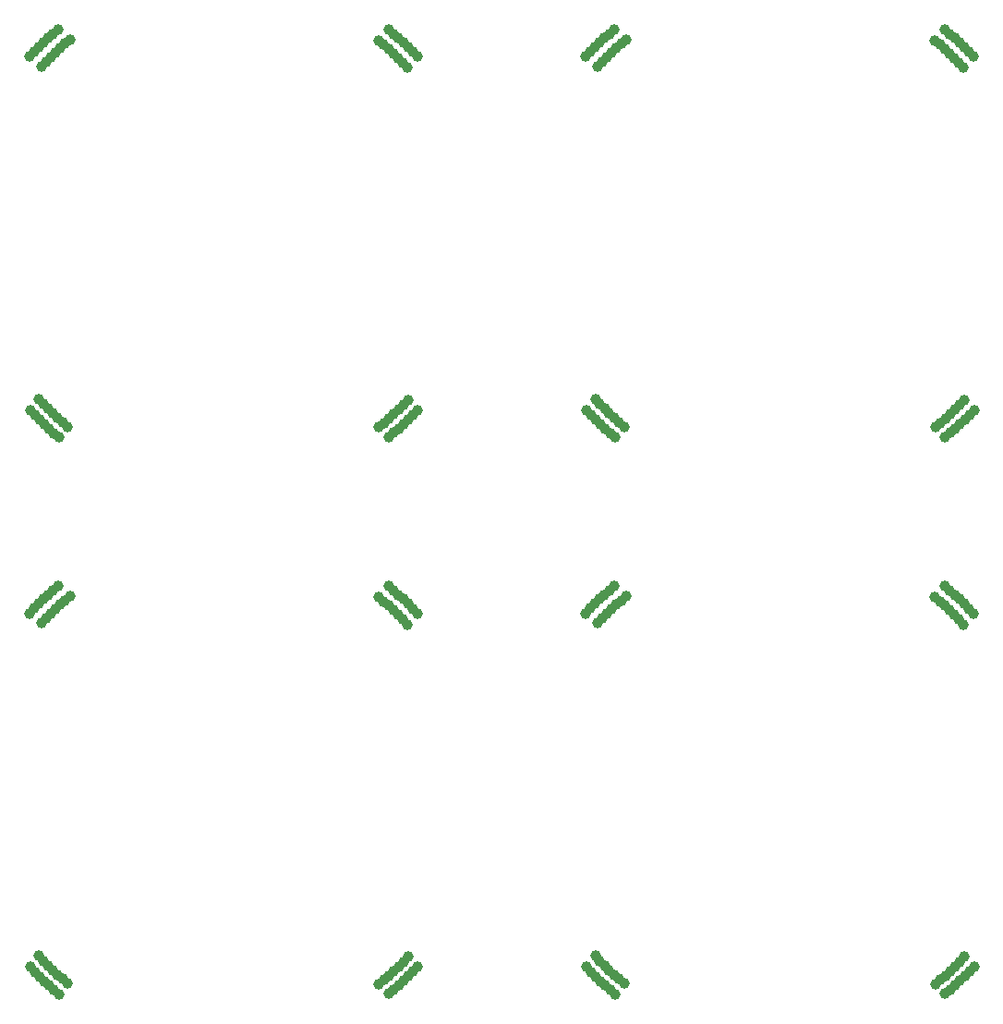
<source format=gbs>
G04 #@! TF.FileFunction,Soldermask,Bot*
%FSLAX46Y46*%
G04 Gerber Fmt 4.6, Leading zero omitted, Abs format (unit mm)*
G04 Created by KiCad (PCBNEW 4.0.6+dfsg1-1) date Mon Jul  2 22:47:05 2018*
%MOMM*%
%LPD*%
G01*
G04 APERTURE LIST*
%ADD10C,0.100000*%
%ADD11C,1.000000*%
G04 APERTURE END LIST*
D10*
D11*
X109109437Y-138027402D03*
X108270509Y-137154799D03*
X109070509Y-136154799D03*
X109478044Y-136604778D03*
X109975917Y-138863595D03*
X109526419Y-138463571D03*
X109909437Y-137027402D03*
X108678044Y-137604778D03*
X142934257Y-138005177D03*
X142465986Y-136680891D03*
X143790273Y-137144695D03*
X142034257Y-137105177D03*
X142890273Y-136244695D03*
X143365986Y-137580891D03*
X110883111Y-139651909D03*
X110326419Y-137463571D03*
X110423424Y-139269145D03*
X110775917Y-137863595D03*
X111683111Y-138651909D03*
X111223424Y-138269145D03*
X141118405Y-139624175D03*
X142047208Y-138844088D03*
X142488535Y-138425540D03*
X140218405Y-138724175D03*
X141588535Y-137525540D03*
X140681272Y-138338475D03*
X141147208Y-137944088D03*
X141581272Y-139238475D03*
X92314480Y-104337747D03*
X92724175Y-104781595D03*
X91414480Y-105337747D03*
X90993116Y-104904751D03*
X91824175Y-105781595D03*
X90563045Y-102677903D03*
X91016028Y-103074899D03*
X91458642Y-103482254D03*
X91893116Y-103904751D03*
X90098728Y-102289744D03*
X90558642Y-104482254D03*
X89198728Y-103289744D03*
X90116028Y-104074899D03*
X89663045Y-103677903D03*
X58899032Y-103072205D03*
X59353990Y-102676359D03*
X59818001Y-102294554D03*
X60918001Y-103194554D03*
X59551430Y-104375760D03*
X60453990Y-103576359D03*
X59999032Y-103972205D03*
X59116793Y-104796308D03*
X58691519Y-105223533D03*
X58281475Y-105663762D03*
X57181475Y-104763762D03*
X58016793Y-103896308D03*
X57591519Y-104323533D03*
X58451430Y-103475760D03*
X140198728Y-103289744D03*
X141563045Y-102677903D03*
X141098728Y-102289744D03*
X140663045Y-103677903D03*
X141116028Y-104074899D03*
X109016793Y-103896308D03*
X109451430Y-103475760D03*
X109691519Y-105223533D03*
X108591519Y-104323533D03*
X109281475Y-105663762D03*
X110116793Y-104796308D03*
X108181475Y-104763762D03*
X110353990Y-102676359D03*
X109899032Y-103072205D03*
X110999032Y-103972205D03*
X110818001Y-102294554D03*
X111918001Y-103194554D03*
X111453990Y-103576359D03*
X110551430Y-104375760D03*
X142458642Y-103482254D03*
X142893116Y-103904751D03*
X142016028Y-103074899D03*
X141558642Y-104482254D03*
X143314480Y-104337747D03*
X141993116Y-104904751D03*
X142824175Y-105781595D03*
X142414480Y-105337747D03*
X143724175Y-104781595D03*
X91047208Y-138844088D03*
X90588535Y-137525540D03*
X91488535Y-138425540D03*
X91934257Y-138005177D03*
X92790273Y-137144695D03*
X91890273Y-136244695D03*
X91034257Y-137105177D03*
X91465986Y-136680891D03*
X92365986Y-137580891D03*
X90581272Y-139238475D03*
X89681272Y-138338475D03*
X90147208Y-137944088D03*
X89218405Y-138724175D03*
X90118405Y-139624175D03*
X58909437Y-137027402D03*
X58109437Y-138027402D03*
X57678044Y-137604778D03*
X58478044Y-136604778D03*
X57270509Y-137154799D03*
X58070509Y-136154799D03*
X58526419Y-138463571D03*
X59775917Y-137863595D03*
X60683111Y-138651909D03*
X60223424Y-138269145D03*
X59423424Y-139269145D03*
X59326419Y-137463571D03*
X58975917Y-138863595D03*
X59883111Y-139651909D03*
X141118405Y-88624175D03*
X141581272Y-88238475D03*
X142047208Y-87844088D03*
X140218405Y-87724175D03*
X140681272Y-87338475D03*
X141147208Y-86944088D03*
X141588535Y-86525540D03*
X142034257Y-86105177D03*
X142488535Y-87425540D03*
X142934257Y-87005177D03*
X143365986Y-86580891D03*
X143790273Y-86144695D03*
X142465986Y-85680891D03*
X142890273Y-85244695D03*
X111223424Y-87269145D03*
X111683111Y-87651909D03*
X110423424Y-88269145D03*
X110883111Y-88651909D03*
X110775917Y-86863595D03*
X109109437Y-87027402D03*
X109526419Y-87463571D03*
X110326419Y-86463571D03*
X109975917Y-87863595D03*
X108270509Y-86154799D03*
X109478044Y-85604778D03*
X109070509Y-85154799D03*
X109909437Y-86027402D03*
X108678044Y-86604778D03*
X141993116Y-53904751D03*
X142414480Y-54337747D03*
X142824175Y-54781595D03*
X140663045Y-52677903D03*
X142458642Y-52482254D03*
X142893116Y-52904751D03*
X143314480Y-53337747D03*
X143724175Y-53781595D03*
X141098728Y-51289744D03*
X141116028Y-53074899D03*
X141558642Y-53482254D03*
X140198728Y-52289744D03*
X141563045Y-51677903D03*
X142016028Y-52074899D03*
X111453990Y-52576359D03*
X110551430Y-53375760D03*
X110818001Y-51294554D03*
X109899032Y-52072205D03*
X110999032Y-52972205D03*
X111918001Y-52194554D03*
X110353990Y-51676359D03*
X109451430Y-52475760D03*
X109281475Y-54663762D03*
X109016793Y-52896308D03*
X108591519Y-53323533D03*
X109691519Y-54223533D03*
X110116793Y-53796308D03*
X108181475Y-53763762D03*
X60683111Y-87651909D03*
X60223424Y-87269145D03*
X59775917Y-86863595D03*
X59326419Y-86463571D03*
X58909437Y-86027402D03*
X58478044Y-85604778D03*
X58070509Y-85154799D03*
X59883111Y-88651909D03*
X59423424Y-88269145D03*
X58975917Y-87863595D03*
X58526419Y-87463571D03*
X58109437Y-87027402D03*
X57678044Y-86604778D03*
X57270509Y-86154799D03*
X91890273Y-85244695D03*
X91465986Y-85680891D03*
X91034257Y-86105177D03*
X90588535Y-86525540D03*
X90147208Y-86944088D03*
X89681272Y-87338475D03*
X89218405Y-87724175D03*
X92790273Y-86144695D03*
X92365986Y-86580891D03*
X91934257Y-87005177D03*
X91488535Y-87425540D03*
X91047208Y-87844088D03*
X90581272Y-88238475D03*
X90118405Y-88624175D03*
X92724175Y-53781595D03*
X92314480Y-53337747D03*
X91893116Y-52904751D03*
X91458642Y-52482254D03*
X91016028Y-52074899D03*
X90563045Y-51677903D03*
X90098728Y-51289744D03*
X59818001Y-51294554D03*
X59353990Y-51676359D03*
X58899032Y-52072205D03*
X58451430Y-52475760D03*
X58016793Y-52896308D03*
X57591519Y-53323533D03*
X57181475Y-53763762D03*
X91824175Y-54781595D03*
X91414480Y-54337747D03*
X90993116Y-53904751D03*
X90558642Y-53482254D03*
X90116028Y-53074899D03*
X89663045Y-52677903D03*
X89198728Y-52289744D03*
X60918001Y-52194554D03*
X60453990Y-52576359D03*
X59999032Y-52972205D03*
X59551430Y-53375760D03*
X59116793Y-53796308D03*
X58691519Y-54223533D03*
X58281475Y-54663762D03*
M02*

</source>
